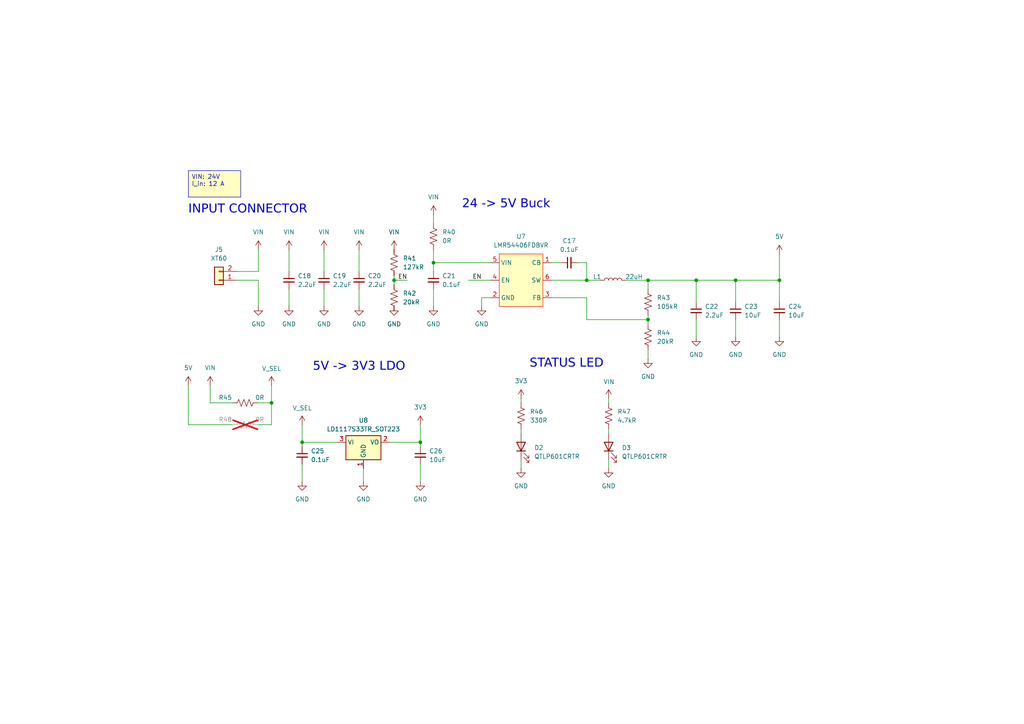
<source format=kicad_sch>
(kicad_sch (version 20231120) (generator "eeschema") (generator_version "8.0")
  (paper "A4")
  (title_block (title "${SHEETNAME}") (date "2024-11-22") (rev "1.0.0") (company "Demeter") (comment 1 "Akshat Doctor"))
  (lib_symbols
    (symbol "Connector_Generic:Conn_01x02" (pin_names (offset 1.016) hide)
      (property "Reference" "J" (at 0 2.54 0))
      (property "Value" "Conn_01x02" (at 0 -5.08 0))
      (symbol "Conn_01x02_1_1"
        (rectangle (start -1.27 -2.413) (end 0 -2.667) (stroke (width 0.1524)))
        (rectangle (start -1.27 0.127) (end 0 -0.127) (stroke (width 0.1524)))
        (rectangle (start -1.27 1.27) (end 1.27 -3.81) (stroke (width 0.254)) (fill (type background)))
        (pin passive line (at -5.08 0 0) (length 3.81) (name "Pin_1") (number "1"))
        (pin passive line (at -5.08 -2.54 0) (length 3.81) (name "Pin_2") (number "2"))
      )
    )
    (symbol "Demeter_Extra:LMR54406"
      (property "Reference" "U2" (at 6.35 19.05 0))
      (property "Value" "LMR54406FDBVR" (at 6.35 16.51 0))
      (symbol "LMR54406_1_1"
        (rectangle (start 0 15.24) (end 12.7 0) (stroke (width 0) (color 255 0 0 1)) (fill (type background)))
        (pin passive line (at 15.24 12.7 180) (length 2.54) (name "CB") (number "1"))
        (pin passive line (at -2.54 2.54 0) (length 2.54) (name "GND") (number "2"))
        (pin passive line (at 15.24 2.54 180) (length 2.54) (name "FB") (number "3"))
        (pin passive line (at -2.54 7.62 0) (length 2.54) (name "EN") (number "4"))
        (pin passive line (at -2.54 12.7 0) (length 2.54) (name "VIN") (number "5"))
        (pin passive line (at 15.24 7.62 180) (length 2.54) (name "SW") (number "6"))
      )
    )
    (symbol "Device:C_Small" (pin_numbers hide) (pin_names (offset 0.254) hide)
      (property "Reference" "C" (at 0.254 1.778 0))
      (property "Value" "C_Small" (at 0.254 -2.032 0))
      (symbol "C_Small_0_1"
        (polyline (pts (xy -1.524 -0.508) (xy 1.524 -0.508)) (stroke (width 0.3302)))
        (polyline (pts (xy -1.524 0.508) (xy 1.524 0.508)) (stroke (width 0.3048)))
      )
      (symbol "C_Small_1_1"
        (pin passive line (at 0 2.54 270) (length 2.032) (name "~") (number "1"))
        (pin passive line (at 0 -2.54 90) (length 2.032) (name "~") (number "2"))
      )
    )
    (symbol "Device:L" (pin_numbers hide) (pin_names (offset 1.016) hide)
      (property "Reference" "L" (at -1.27 0 90))
      (property "Value" "L" (at 1.905 0 90))
      (symbol "L_0_1"
        (arc (start 0 -2.54) (mid 0.6323 -1.905) (end 0 -1.27))
        (arc (start 0 -1.27) (mid 0.6323 -0.635) (end 0 0))
        (arc (start 0 0) (mid 0.6323 0.635) (end 0 1.27))
        (arc (start 0 1.27) (mid 0.6323 1.905) (end 0 2.54))
      )
      (symbol "L_1_1"
        (pin passive line (at 0 3.81 270) (length 1.27) (name "1") (number "1"))
        (pin passive line (at 0 -3.81 90) (length 1.27) (name "2") (number "2"))
      )
    )
    (symbol "Device:LED" (pin_numbers hide) (pin_names (offset 1.016) hide)
      (property "Reference" "D" (at 0 2.54 0))
      (property "Value" "LED" (at 0 -2.54 0))
      (symbol "LED_0_1"
        (polyline (pts (xy -1.27 -1.27) (xy -1.27 1.27)) (stroke (width 0.254)))
        (polyline (pts (xy -1.27 0) (xy 1.27 0)))
        (polyline (pts (xy 1.27 -1.27) (xy 1.27 1.27) (xy -1.27 0) (xy 1.27 -1.27)) (stroke (width 0.254)))
        (polyline (pts (xy -3.048 -0.762) (xy -4.572 -2.286) (xy -3.81 -2.286) (xy -4.572 -2.286) (xy -4.572 -1.524)))
        (polyline (pts (xy -1.778 -0.762) (xy -3.302 -2.286) (xy -2.54 -2.286) (xy -3.302 -2.286) (xy -3.302 -1.524)))
      )
      (symbol "LED_1_1"
        (pin passive line (at -3.81 0 0) (length 2.54) (name "K") (number "1"))
        (pin passive line (at 3.81 0 180) (length 2.54) (name "A") (number "2"))
      )
    )
    (symbol "Device:R_US" (pin_numbers hide) (pin_names (offset 0))
      (property "Reference" "R" (at 2.54 0 90))
      (property "Value" "R_US" (at -2.54 0 90))
      (symbol "R_US_0_1"
        (polyline (pts (xy 0 -2.286) (xy 0 -2.54)))
        (polyline (pts (xy 0 2.286) (xy 0 2.54)))
        (polyline (pts (xy 0 -0.762) (xy 1.016 -1.143) (xy 0 -1.524) (xy -1.016 -1.905) (xy 0 -2.286)))
        (polyline (pts (xy 0 0.762) (xy 1.016 0.381) (xy 0 0) (xy -1.016 -0.381) (xy 0 -0.762)))
        (polyline (pts (xy 0 2.286) (xy 1.016 1.905) (xy 0 1.524) (xy -1.016 1.143) (xy 0 0.762)))
      )
      (symbol "R_US_1_1"
        (pin passive line (at 0 3.81 270) (length 1.27) (name "~") (number "1"))
        (pin passive line (at 0 -3.81 90) (length 1.27) (name "~") (number "2"))
      )
    )
    (symbol "Regulator_Linear:LD1117S33TR_SOT223"
      (property "Reference" "U" (at -3.81 3.175 0))
      (property "Value" "LD1117S33TR_SOT223" (at 0 3.175 0))
      (symbol "LD1117S33TR_SOT223_0_1"
        (rectangle (start -5.08 -5.08) (end 5.08 1.905) (stroke (width 0.254)) (fill (type background)))
      )
      (symbol "LD1117S33TR_SOT223_1_1"
        (pin power_in line (at 0 -7.62 90) (length 2.54) (name "GND") (number "1"))
        (pin power_out line (at 7.62 0 180) (length 2.54) (name "VO") (number "2"))
        (pin power_in line (at -7.62 0 0) (length 2.54) (name "VI") (number "3"))
      )
    )
    (symbol "power:GND" (power) (pin_numbers hide) (pin_names (offset 0) hide)
      (property "Value" "GND" (at 0 -3.81 0))
      (symbol "GND_0_1"
        (polyline (pts (xy 0 0) (xy 0 -1.27) (xy 1.27 -1.27) (xy 0 -2.54) (xy -1.27 -1.27) (xy 0 -1.27)))
      )
      (symbol "GND_1_1"
        (pin power_in line (at 0 0 270) (length 0) (name "~") (number "1"))
      )
    )
    (symbol "power:VBUS" (power) (pin_numbers hide) (pin_names (offset 0) hide)
      (property "Value" "VBUS" (at 0 3.556 0))
      (symbol "VBUS_0_1"
        (polyline (pts (xy -0.762 1.27) (xy 0 2.54)))
        (polyline (pts (xy 0 0) (xy 0 2.54)))
        (polyline (pts (xy 0 2.54) (xy 0.762 1.27)))
      )
      (symbol "VBUS_1_1"
        (pin power_in line (at 0 0 90) (length 0) (name "~") (number "1"))
      )
    )
  )
  (junction (at 87.63 128.27))
  (junction (at 121.92 128.27))
  (junction (at 187.96 92.71))
  (junction (at 78.74 116.84))
  (junction (at 125.73 76.2))
  (junction (at 213.36 81.28))
  (junction (at 114.3 81.28))
  (junction (at 226.06 81.28))
  (junction (at 170.18 81.28))
  (junction (at 201.93 81.28))
  (junction (at 187.96 81.28))
  (wire (pts (xy 176.53 115.57) (xy 176.53 116.84)))
  (wire (pts (xy 226.06 81.28) (xy 213.36 81.28)))
  (wire (pts (xy 226.06 92.71) (xy 226.06 97.79)))
  (wire (pts (xy 125.73 72.39) (xy 125.73 76.2)))
  (wire (pts (xy 187.96 81.28) (xy 201.93 81.28)))
  (wire (pts (xy 114.3 80.01) (xy 114.3 81.28)))
  (wire (pts (xy 83.82 83.82) (xy 83.82 88.9)))
  (wire (pts (xy 114.3 88.9) (xy 114.3 90.17)))
  (wire (pts (xy 201.93 92.71) (xy 201.93 97.79)))
  (wire (pts (xy 54.61 111.76) (xy 54.61 123.19)))
  (wire (pts (xy 78.74 123.19) (xy 78.74 116.84)))
  (wire (pts (xy 181.61 81.28) (xy 187.96 81.28)))
  (wire (pts (xy 201.93 81.28) (xy 213.36 81.28)))
  (wire (pts (xy 160.02 81.28) (xy 170.18 81.28)))
  (wire (pts (xy 113.03 128.27) (xy 121.92 128.27)))
  (wire (pts (xy 78.74 116.84) (xy 74.93 116.84)))
  (wire (pts (xy 125.73 62.23) (xy 125.73 64.77)))
  (wire (pts (xy 93.98 72.39) (xy 93.98 78.74)))
  (wire (pts (xy 87.63 123.19) (xy 87.63 128.27)))
  (wire (pts (xy 87.63 134.62) (xy 87.63 139.7)))
  (wire (pts (xy 114.3 81.28) (xy 114.3 82.55)))
  (wire (pts (xy 125.73 76.2) (xy 125.73 78.74)))
  (wire (pts (xy 121.92 134.62) (xy 121.92 139.7)))
  (wire (pts (xy 121.92 128.27) (xy 121.92 129.54)))
  (wire (pts (xy 151.13 133.35) (xy 151.13 135.89)))
  (wire (pts (xy 78.74 111.76) (xy 78.74 116.84)))
  (wire (pts (xy 83.82 72.39) (xy 83.82 78.74)))
  (wire (pts (xy 104.14 72.39) (xy 104.14 78.74)))
  (wire (pts (xy 68.58 78.74) (xy 74.93 78.74)))
  (wire (pts (xy 170.18 81.28) (xy 173.99 81.28)))
  (wire (pts (xy 125.73 83.82) (xy 125.73 88.9)))
  (wire (pts (xy 213.36 81.28) (xy 213.36 87.63)))
  (wire (pts (xy 170.18 76.2) (xy 170.18 81.28)))
  (wire (pts (xy 135.89 81.28) (xy 142.24 81.28)))
  (wire (pts (xy 160.02 86.36) (xy 170.18 86.36)))
  (wire (pts (xy 74.93 72.39) (xy 74.93 78.74)))
  (wire (pts (xy 54.61 123.19) (xy 67.31 123.19)))
  (wire (pts (xy 139.7 86.36) (xy 139.7 88.9)))
  (wire (pts (xy 160.02 76.2) (xy 162.56 76.2)))
  (wire (pts (xy 226.06 87.63) (xy 226.06 81.28)))
  (wire (pts (xy 226.06 73.66) (xy 226.06 81.28)))
  (wire (pts (xy 74.93 81.28) (xy 74.93 88.9)))
  (wire (pts (xy 87.63 128.27) (xy 87.63 129.54)))
  (wire (pts (xy 125.73 76.2) (xy 142.24 76.2)))
  (wire (pts (xy 68.58 81.28) (xy 74.93 81.28)))
  (wire (pts (xy 187.96 91.44) (xy 187.96 92.71)))
  (wire (pts (xy 121.92 123.19) (xy 121.92 128.27)))
  (wire (pts (xy 176.53 133.35) (xy 176.53 135.89)))
  (wire (pts (xy 187.96 101.6) (xy 187.96 104.14)))
  (wire (pts (xy 104.14 83.82) (xy 104.14 88.9)))
  (wire (pts (xy 74.93 123.19) (xy 78.74 123.19)))
  (wire (pts (xy 114.3 81.28) (xy 118.11 81.28)))
  (wire (pts (xy 151.13 115.57) (xy 151.13 116.84)))
  (wire (pts (xy 142.24 86.36) (xy 139.7 86.36)))
  (wire (pts (xy 87.63 128.27) (xy 97.79 128.27)))
  (wire (pts (xy 151.13 124.46) (xy 151.13 125.73)))
  (wire (pts (xy 213.36 92.71) (xy 213.36 97.79)))
  (wire (pts (xy 105.41 135.89) (xy 105.41 139.7)))
  (wire (pts (xy 170.18 92.71) (xy 187.96 92.71)))
  (wire (pts (xy 167.64 76.2) (xy 170.18 76.2)))
  (wire (pts (xy 176.53 124.46) (xy 176.53 125.73)))
  (wire (pts (xy 201.93 81.28) (xy 201.93 87.63)))
  (wire (pts (xy 170.18 86.36) (xy 170.18 92.71)))
  (wire (pts (xy 60.96 116.84) (xy 67.31 116.84)))
  (wire (pts (xy 187.96 81.28) (xy 187.96 83.82)))
  (wire (pts (xy 60.96 111.76) (xy 60.96 116.84)))
  (wire (pts (xy 187.96 92.71) (xy 187.96 93.98)))
  (wire (pts (xy 93.98 83.82) (xy 93.98 88.9)))
  (text_box "VIN: 24V\nI_in: 12 A\n" (at 54.61 49.53 0) (size 15.24 7.62) (fill (type color) (color 255 255 194 1)) (effects (font (size 1.27 1.27)) (justify left top)))
  (text "24 -> 5V Buck\n" (exclude_from_sim yes) (at 146.812 59.944 0) (effects (font (size 2.54 2.54))))
  (text "STATUS LED\n" (exclude_from_sim yes) (at 164.338 106.172 0) (effects (font (size 2.54 2.54))))
  (text "5V -> 3V3 LDO\n\n" (exclude_from_sim yes) (at 104.14 109.22 0) (effects (font (size 2.54 2.54))))
  (text "INPUT CONNECTOR\n" (exclude_from_sim yes) (at 71.882 61.468 0) (effects (font (size 2.54 2.54))))
  (label "EN" (at 118.11 81.28 180))
  (label "EN" (at 139.7 81.28 180))
  (symbol (lib_id "power:VBUS") (at 60.96 111.76 0) (unit 1)
    (property "Reference" "#PWR088" (effects (hide yes)))
    (property "Value" "VIN" (at 60.96 106.68 0))
    (property "Description" "Power symbol creates a global label with name \"VBUS\"" (effects (hide yes)))
  )
  (symbol (lib_id "power:GND") (at 125.73 88.9 0) (unit 1)
    (property "Reference" "#PWR081" (effects (hide yes)))
    (property "Value" "GND" (at 125.73 93.98 0))
    (property "Description" "Power symbol creates a global label with name \"GND\" , ground" (effects (hide yes)))
  )
  (symbol (lib_id "Device:C_Small") (at 104.14 81.28 0) (unit 1)
    (property "Reference" "C20" (at 106.68 80.0162 0) (effects (justify left)))
    (property "Value" "2.2uF" (at 106.68 82.5562 0) (effects (justify left)))
    (property "Description" "Unpolarized capacitor, small symbol" (effects (hide yes)))
  )
  (symbol (lib_id "power:GND") (at 83.82 88.9 0) (unit 1)
    (property "Reference" "#PWR077" (effects (hide yes)))
    (property "Value" "GND" (at 83.82 93.98 0))
    (property "Description" "Power symbol creates a global label with name \"GND\" , ground" (effects (hide yes)))
  )
  (symbol (lib_id "power:VBUS") (at 78.74 111.76 0) (unit 1)
    (property "Reference" "#PWR089" (effects (hide yes)))
    (property "Value" "V_SEL" (at 75.946 106.934 0) (effects (justify left)))
    (property "Description" "Power symbol creates a global label with name \"VBUS\"" (effects (hide yes)))
  )
  (symbol (lib_id "Device:R_US") (at 114.3 76.2 0) (unit 1)
    (property "Reference" "R41" (at 116.84 74.9299 0) (effects (justify left)))
    (property "Value" "127kR" (at 116.84 77.4699 0) (effects (justify left)))
    (property "Description" "Resistor, US symbol" (effects (hide yes)))
  )
  (symbol (lib_id "power:VBUS") (at 93.98 72.39 0) (unit 1)
    (property "Reference" "#PWR072" (effects (hide yes)))
    (property "Value" "VIN" (at 93.98 67.31 0))
    (property "Description" "Power symbol creates a global label with name \"VBUS\"" (effects (hide yes)))
  )
  (symbol (lib_id "Device:R_US") (at 71.12 116.84 90) (unit 1)
    (property "Reference" "R45" (at 67.31 115.316 90) (effects (justify left)))
    (property "Value" "0R" (at 76.708 115.316 90) (effects (justify left)))
    (property "Description" "Resistor, US symbol" (effects (hide yes)))
  )
  (symbol (lib_id "Device:C_Small") (at 125.73 81.28 0) (unit 1)
    (property "Reference" "C21" (at 128.27 80.0162 0) (effects (justify left)))
    (property "Value" "0.1uF" (at 128.27 82.5562 0) (effects (justify left)))
    (property "Description" "Unpolarized capacitor, small symbol" (effects (hide yes)))
  )
  (symbol (lib_id "Device:R_US") (at 151.13 120.65 180) (unit 1)
    (property "Reference" "R46" (at 153.67 119.3799 0) (effects (justify right)))
    (property "Value" "330R" (at 153.67 121.9199 0) (effects (justify right)))
    (property "Description" "Resistor, US symbol" (effects (hide yes)))
  )
  (symbol (lib_id "Device:C_Small") (at 93.98 81.28 0) (unit 1)
    (property "Reference" "C19" (at 96.52 80.0162 0) (effects (justify left)))
    (property "Value" "2.2uF" (at 96.52 82.5562 0) (effects (justify left)))
    (property "Description" "Unpolarized capacitor, small symbol" (effects (hide yes)))
  )
  (symbol (lib_id "Connector_Generic:Conn_01x02") (at 63.5 81.28 180) (unit 1)
    (property "Reference" "J5" (at 63.5 72.39 0))
    (property "Value" "XT60" (at 63.5 74.93 0))
    (property "Description" "Generic connector, single row, 01x02, script generated (kicad-library-utils/schlib/autogen/connector/)" (effects (hide yes)))
  )
  (symbol (lib_id "power:GND") (at 74.93 88.9 0) (unit 1)
    (property "Reference" "#PWR076" (effects (hide yes)))
    (property "Value" "GND" (at 74.93 93.98 0))
    (property "Description" "Power symbol creates a global label with name \"GND\" , ground" (effects (hide yes)))
  )
  (symbol (lib_id "power:GND") (at 104.14 88.9 0) (unit 1)
    (property "Reference" "#PWR079" (effects (hide yes)))
    (property "Value" "GND" (at 104.14 93.98 0))
    (property "Description" "Power symbol creates a global label with name \"GND\" , ground" (effects (hide yes)))
  )
  (symbol (lib_id "power:GND") (at 187.96 104.14 0) (unit 1)
    (property "Reference" "#PWR086" (effects (hide yes)))
    (property "Value" "GND" (at 187.96 109.22 0))
    (property "Description" "Power symbol creates a global label with name \"GND\" , ground" (effects (hide yes)))
  )
  (symbol (lib_id "power:GND") (at 226.06 97.79 0) (unit 1)
    (property "Reference" "#PWR085" (effects (hide yes)))
    (property "Value" "GND" (at 226.06 102.87 0))
    (property "Description" "Power symbol creates a global label with name \"GND\" , ground" (effects (hide yes)))
  )
  (symbol (lib_id "power:GND") (at 201.93 97.79 0) (unit 1)
    (property "Reference" "#PWR083" (effects (hide yes)))
    (property "Value" "GND" (at 201.93 102.87 0))
    (property "Description" "Power symbol creates a global label with name \"GND\" , ground" (effects (hide yes)))
  )
  (symbol (lib_id "Device:R_US") (at 71.12 123.19 90) (unit 1) (dnp yes)
    (property "Reference" "R48" (at 67.31 121.666 90) (effects (justify left)))
    (property "Value" "0R" (at 76.708 121.666 90) (effects (justify left)))
    (property "Description" "Resistor, US symbol" (effects (hide yes)))
  )
  (symbol (lib_id "power:VBUS") (at 176.53 115.57 0) (mirror y) (unit 1)
    (property "Reference" "#PWR091" (effects (hide yes)))
    (property "Value" "VIN" (at 175.006 110.744 0) (effects (justify right)))
    (property "Description" "Power symbol creates a global label with name \"VBUS\"" (effects (hide yes)))
  )
  (symbol (lib_id "Device:C_Small") (at 201.93 90.17 0) (unit 1)
    (property "Reference" "C22" (at 204.47 88.9062 0) (effects (justify left)))
    (property "Value" "2.2uF" (at 204.47 91.4462 0) (effects (justify left)))
    (property "Description" "Unpolarized capacitor, small symbol" (effects (hide yes)))
  )
  (symbol (lib_id "power:VBUS") (at 54.61 111.76 0) (unit 1)
    (property "Reference" "#PWR087" (effects (hide yes)))
    (property "Value" "5V" (at 54.61 106.68 0))
    (property "Description" "Power symbol creates a global label with name \"VBUS\"" (effects (hide yes)))
  )
  (symbol (lib_id "Device:C_Small") (at 165.1 76.2 90) (unit 1)
    (property "Reference" "C17" (at 165.1063 69.85 90))
    (property "Value" "0.1uF" (at 165.1063 72.39 90))
    (property "Description" "Unpolarized capacitor, small symbol" (effects (hide yes)))
  )
  (symbol (lib_id "power:VBUS") (at 226.06 73.66 0) (unit 1)
    (property "Reference" "#PWR075" (effects (hide yes)))
    (property "Value" "5V" (at 226.06 68.58 0))
    (property "Description" "Power symbol creates a global label with name \"VBUS\"" (effects (hide yes)))
  )
  (symbol (lib_id "Device:C_Small") (at 226.06 90.17 0) (unit 1)
    (property "Reference" "C24" (at 228.6 88.9062 0) (effects (justify left)))
    (property "Value" "10uF" (at 228.6 91.4462 0) (effects (justify left)))
    (property "Description" "Unpolarized capacitor, small symbol" (effects (hide yes)))
  )
  (symbol (lib_id "power:VBUS") (at 83.82 72.39 0) (unit 1)
    (property "Reference" "#PWR071" (effects (hide yes)))
    (property "Value" "VIN" (at 83.82 67.31 0))
    (property "Description" "Power symbol creates a global label with name \"VBUS\"" (effects (hide yes)))
  )
  (symbol (lib_id "Device:R_US") (at 187.96 87.63 0) (unit 1)
    (property "Reference" "R43" (at 190.5 86.3599 0) (effects (justify left)))
    (property "Value" "105kR" (at 190.5 88.8999 0) (effects (justify left)))
    (property "Description" "Resistor, US symbol" (effects (hide yes)))
  )
  (symbol (lib_id "power:VBUS") (at 125.73 62.23 0) (unit 1)
    (property "Reference" "#PWR069" (effects (hide yes)))
    (property "Value" "VIN" (at 125.73 57.15 0))
    (property "Description" "Power symbol creates a global label with name \"VBUS\"" (effects (hide yes)))
  )
  (symbol (lib_id "power:VBUS") (at 87.63 123.19 0) (unit 1)
    (property "Reference" "#PWR092" (effects (hide yes)))
    (property "Value" "V_SEL" (at 84.836 118.364 0) (effects (justify left)))
    (property "Description" "Power symbol creates a global label with name \"VBUS\"" (effects (hide yes)))
  )
  (symbol (lib_id "power:GND") (at 213.36 97.79 0) (unit 1)
    (property "Reference" "#PWR084" (effects (hide yes)))
    (property "Value" "GND" (at 213.36 102.87 0))
    (property "Description" "Power symbol creates a global label with name \"GND\" , ground" (effects (hide yes)))
  )
  (symbol (lib_id "Device:C_Small") (at 121.92 132.08 0) (unit 1)
    (property "Reference" "C26" (at 124.46 130.8162 0) (effects (justify left)))
    (property "Value" "10uF" (at 124.46 133.3562 0) (effects (justify left)))
    (property "Description" "Unpolarized capacitor, small symbol" (effects (hide yes)))
  )
  (symbol (lib_id "Device:LED") (at 151.13 129.54 90) (unit 1)
    (property "Reference" "D2" (at 154.94 129.8574 90) (effects (justify right)))
    (property "Value" "QTLP601CRTR" (at 154.94 132.3974 90) (effects (justify right)))
    (property "Description" "Light emitting diode" (effects (hide yes)))
  )
  (symbol (lib_id "Device:R_US") (at 125.73 68.58 0) (unit 1)
    (property "Reference" "R40" (at 128.27 67.3099 0) (effects (justify left)))
    (property "Value" "0R" (at 128.27 69.8499 0) (effects (justify left)))
    (property "Description" "Resistor, US symbol" (effects (hide yes)))
  )
  (symbol (lib_id "Device:C_Small") (at 83.82 81.28 0) (unit 1)
    (property "Reference" "C18" (at 86.36 80.0162 0) (effects (justify left)))
    (property "Value" "2.2uF" (at 86.36 82.5562 0) (effects (justify left)))
    (property "Description" "Unpolarized capacitor, small symbol" (effects (hide yes)))
  )
  (symbol (lib_id "Device:R_US") (at 114.3 86.36 0) (unit 1)
    (property "Reference" "R42" (at 116.84 85.0899 0) (effects (justify left)))
    (property "Value" "20kR" (at 116.84 87.6299 0) (effects (justify left)))
    (property "Description" "Resistor, US symbol" (effects (hide yes)))
  )
  (symbol (lib_id "power:VBUS") (at 74.93 72.39 0) (unit 1)
    (property "Reference" "#PWR070" (effects (hide yes)))
    (property "Value" "VIN" (at 74.93 67.31 0))
    (property "Description" "Power symbol creates a global label with name \"VBUS\"" (effects (hide yes)))
  )
  (symbol (lib_id "power:VBUS") (at 121.92 123.19 0) (mirror y) (unit 1)
    (property "Reference" "#PWR093" (effects (hide yes)))
    (property "Value" "3V3" (at 121.92 118.11 0))
    (property "Description" "Power symbol creates a global label with name \"VBUS\"" (effects (hide yes)))
  )
  (symbol (lib_id "power:GND") (at 114.3 88.9 0) (unit 1)
    (property "Reference" "#PWR080" (effects (hide yes)))
    (property "Value" "GND" (at 114.3 93.98 0))
    (property "Description" "Power symbol creates a global label with name \"GND\" , ground" (effects (hide yes)))
  )
  (symbol (lib_id "power:GND") (at 105.41 139.7 0) (unit 1)
    (property "Reference" "#PWR097" (effects (hide yes)))
    (property "Value" "GND" (at 105.41 144.78 0))
    (property "Description" "Power symbol creates a global label with name \"GND\" , ground" (effects (hide yes)))
  )
  (symbol (lib_id "Device:LED") (at 176.53 129.54 90) (unit 1)
    (property "Reference" "D3" (at 180.34 129.8574 90) (effects (justify right)))
    (property "Value" "QTLP601CRTR" (at 180.34 132.3974 90) (effects (justify right)))
    (property "Description" "Light emitting diode" (effects (hide yes)))
  )
  (symbol (lib_id "power:GND") (at 176.53 135.89 0) (mirror y) (unit 1)
    (property "Reference" "#PWR095" (effects (hide yes)))
    (property "Value" "GND" (at 176.53 140.97 0))
    (property "Description" "Power symbol creates a global label with name \"GND\" , ground" (effects (hide yes)))
  )
  (symbol (lib_id "Device:R_US") (at 176.53 120.65 180) (unit 1)
    (property "Reference" "R47" (at 179.07 119.3799 0) (effects (justify right)))
    (property "Value" "4.7kR" (at 179.07 121.9199 0) (effects (justify right)))
    (property "Description" "Resistor, US symbol" (effects (hide yes)))
  )
  (symbol (lib_id "power:GND") (at 139.7 88.9 0) (unit 1)
    (property "Reference" "#PWR082" (effects (hide yes)))
    (property "Value" "GND" (at 139.7 93.98 0))
    (property "Description" "Power symbol creates a global label with name \"GND\" , ground" (effects (hide yes)))
  )
  (symbol (lib_id "Regulator_Linear:LD1117S33TR_SOT223") (at 105.41 128.27 0) (unit 1)
    (property "Reference" "U8" (at 105.41 121.92 0))
    (property "Value" "LD1117S33TR_SOT223" (at 105.41 124.46 0))
    (property "Footprint" "Package_TO_SOT_SMD:SOT-223-3_TabPin2" (effects (hide yes)))
    (property "Datasheet" "http://www.st.com/st-web-ui/static/active/en/resource/technical/document/datasheet/CD00000544.pdf" (effects (hide yes)))
    (property "Description" "800mA Fixed Low Drop Positive Voltage Regulator, Fixed Output 3.3V, SOT-223" (effects (hide yes)))
  )
  (symbol (lib_id "Device:C_Small") (at 213.36 90.17 0) (unit 1)
    (property "Reference" "C23" (at 215.9 88.9062 0) (effects (justify left)))
    (property "Value" "10uF" (at 215.9 91.4462 0) (effects (justify left)))
    (property "Description" "Unpolarized capacitor, small symbol" (effects (hide yes)))
  )
  (symbol (lib_id "Device:C_Small") (at 87.63 132.08 0) (unit 1)
    (property "Reference" "C25" (at 90.17 130.8162 0) (effects (justify left)))
    (property "Value" "0.1uF" (at 90.17 133.3562 0) (effects (justify left)))
    (property "Description" "Unpolarized capacitor, small symbol" (effects (hide yes)))
  )
  (symbol (lib_id "Device:L") (at 177.8 81.28 90) (unit 1)
    (property "Reference" "L1" (at 173.228 80.264 90))
    (property "Value" "22uH" (at 183.896 80.264 90))
    (property "Description" "Inductor" (effects (hide yes)))
  )
  (symbol (lib_id "power:GND") (at 121.92 139.7 0) (unit 1)
    (property "Reference" "#PWR098" (effects (hide yes)))
    (property "Value" "GND" (at 121.92 144.78 0))
    (property "Description" "Power symbol creates a global label with name \"GND\" , ground" (effects (hide yes)))
  )
  (symbol (lib_id "power:GND") (at 93.98 88.9 0) (unit 1)
    (property "Reference" "#PWR078" (effects (hide yes)))
    (property "Value" "GND" (at 93.98 93.98 0))
    (property "Description" "Power symbol creates a global label with name \"GND\" , ground" (effects (hide yes)))
  )
  (symbol (lib_id "Demeter_Extra:LMR54406") (at 144.78 88.9 0) (unit 1)
    (property "Reference" "U7" (at 151.13 68.58 0))
    (property "Value" "LMR54406FDBVR" (at 151.13 71.12 0))
  )
  (symbol (lib_id "power:VBUS") (at 104.14 72.39 0) (unit 1)
    (property "Reference" "#PWR073" (effects (hide yes)))
    (property "Value" "VIN" (at 104.14 67.31 0))
    (property "Description" "Power symbol creates a global label with name \"VBUS\"" (effects (hide yes)))
  )
  (symbol (lib_id "power:VBUS") (at 151.13 115.57 0) (mirror y) (unit 1)
    (property "Reference" "#PWR090" (effects (hide yes)))
    (property "Value" "3V3" (at 151.13 110.49 0))
    (property "Description" "Power symbol creates a global label with name \"VBUS\"" (effects (hide yes)))
  )
  (symbol (lib_id "power:GND") (at 87.63 139.7 0) (unit 1)
    (property "Reference" "#PWR096" (effects (hide yes)))
    (property "Value" "GND" (at 87.63 144.78 0))
    (property "Description" "Power symbol creates a global label with name \"GND\" , ground" (effects (hide yes)))
  )
  (symbol (lib_id "power:GND") (at 151.13 135.89 0) (mirror y) (unit 1)
    (property "Reference" "#PWR094" (effects (hide yes)))
    (property "Value" "GND" (at 151.13 140.97 0))
    (property "Description" "Power symbol creates a global label with name \"GND\" , ground" (effects (hide yes)))
  )
  (symbol (lib_id "Device:R_US") (at 187.96 97.79 0) (unit 1)
    (property "Reference" "R44" (at 190.5 96.5199 0) (effects (justify left)))
    (property "Value" "20kR" (at 190.5 99.0599 0) (effects (justify left)))
    (property "Description" "Resistor, US symbol" (effects (hide yes)))
  )
  (symbol (lib_id "power:VBUS") (at 114.3 72.39 0) (unit 1)
    (property "Reference" "#PWR074" (effects (hide yes)))
    (property "Value" "VIN" (at 114.3 67.31 0))
    (property "Description" "Power symbol creates a global label with name \"VBUS\"" (effects (hide yes)))
  )
)
</source>
